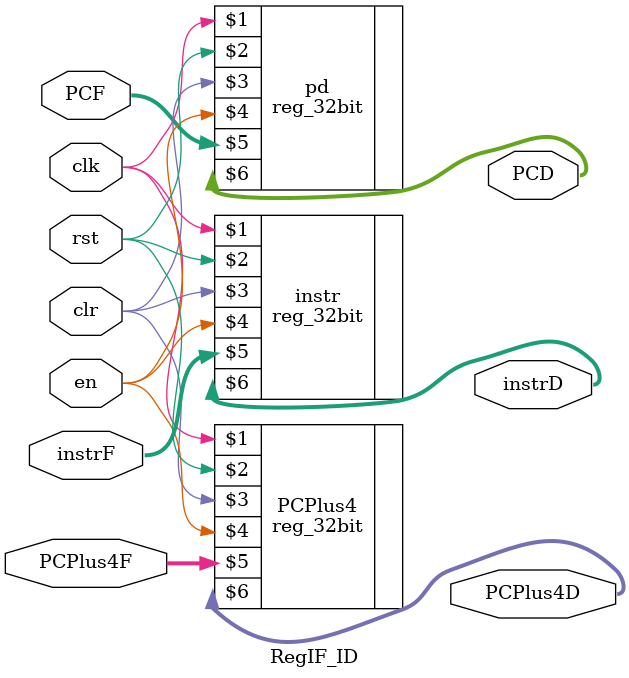
<source format=v>
module RegIF_ID(input clk, rst, clr, en, input [31:0] instrF, PCF, PCPlus4F, output [31:0] instrD, PCD, PCPlus4D);

   reg_32bit instr(clk, rst, clr, en, instrF, instrD);
   reg_32bit pd(clk, rst, clr, en, PCF, PCD);
   reg_32bit PCPlus4(clk, rst, clr, en, PCPlus4F, PCPlus4D);
endmodule

</source>
